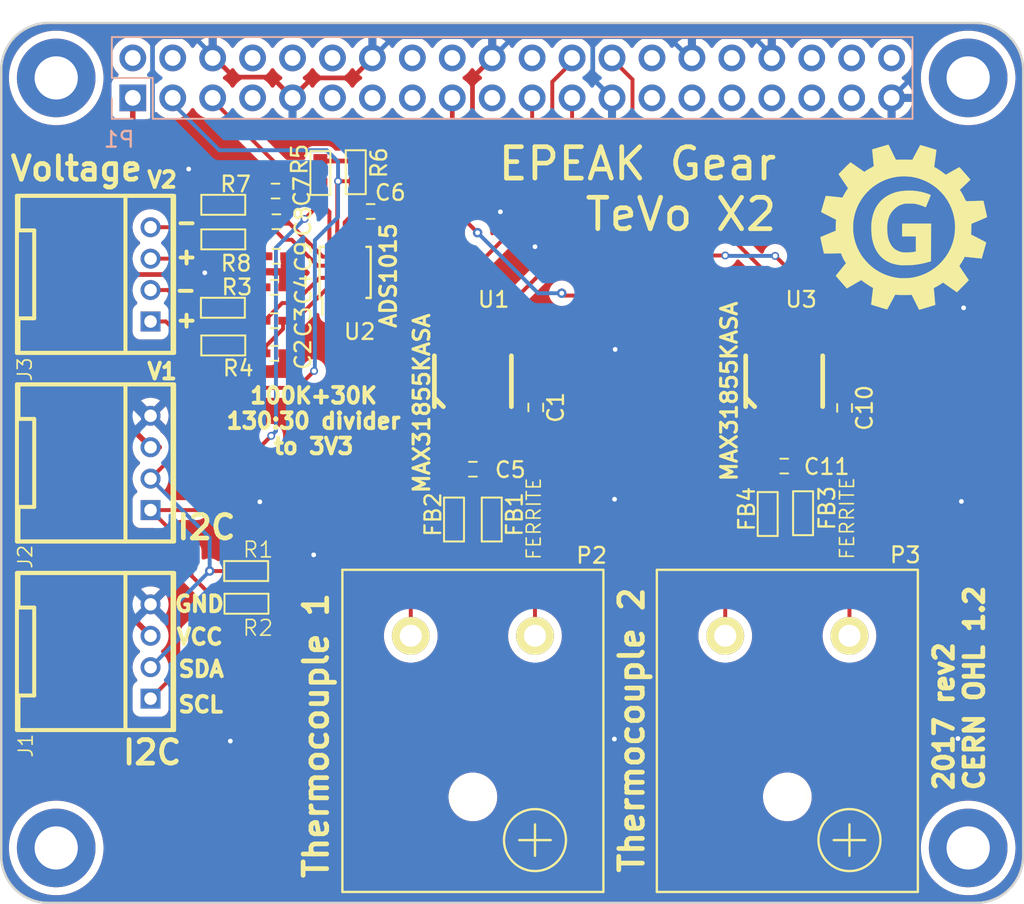
<source format=kicad_pcb>
(kicad_pcb (version 20221018) (generator pcbnew)
  (title_block (title "Overclocking Telemetry HAT for Raspberry Pi 3") (date "2017-05-19") (rev "2") (company "Moonpunch.org") (comment 1 "CERN OHL 1.2"))
  (layers (0 "F.Cu" signal) (31 "B.Cu" signal) (34 "B.Paste" user) (35 "F.Paste" user) (36 "B.SilkS" user "B.Silkscreen") (37 "F.SilkS" user "F.Silkscreen") (38 "B.Mask" user) (39 "F.Mask" user) (44 "Edge.Cuts" user))
  (net 0 "")
  (net 1 "+3V3")
  (net 2 "GND")
  (net 3 "Net-(C2-Pad2)")
  (net 4 "Net-(C3-Pad2)")
  (net 5 "Net-(C5-Pad1)")
  (net 6 "Net-(C5-Pad2)")
  (net 7 "Net-(C7-Pad2)")
  (net 8 "Net-(C8-Pad2)")
  (net 9 "Net-(C11-Pad1)")
  (net 10 "Net-(C11-Pad2)")
  (net 11 "Net-(FB1-Pad1)")
  (net 12 "Net-(FB2-Pad1)")
  (net 13 "Net-(FB3-Pad1)")
  (net 14 "Net-(FB4-Pad1)")
  (net 15 "/5V")
  (net 16 "/SDA1_GPIO02")
  (net 17 "/SCL1_GPIO03")
  (net 18 "/GPIO04")
  (net 19 "/TXD0_GPIO14")
  (net 20 "/RXD0_GPIO15")
  (net 21 "/GPIO17")
  (net 22 "/GPIO18")
  (net 23 "/GPIO27")
  (net 24 "/GPIO22")
  (net 25 "/GPIO23")
  (net 26 "/GPIO24")
  (net 27 "/SPI_MOSI_GPIO10")
  (net 28 "/SPI_MISO_GPIO09")
  (net 29 "/GPIO25")
  (net 30 "/SPI_CLK_GPIO11")
  (net 31 "/SPI_CE0_GPIO08")
  (net 32 "/SPI_CE1_GPIO07")
  (net 33 "/ID_SD")
  (net 34 "/ID_SC")
  (net 35 "/GPIO05")
  (net 36 "/GPIO06")
  (net 37 "/GPIO12")
  (net 38 "/GPIO13")
  (net 39 "/GPIO19")
  (net 40 "/GPIO16")
  (net 41 "/GPIO26")
  (net 42 "/GPIO20")
  (net 43 "/GPIO21")
  (net 44 "Net-(J3-Pad1)")
  (net 45 "Net-(J3-Pad3)")
  (net 46 "Net-(P1-Pad4)")
  (footprint "hat-parts:epeak_logo" (layer "F.Cu") (at 157.4 113)
    (fp_text reference "G***" hide)
    (fp_text value "LOGO" hide)
  )
  (footprint "Pin_Headers:Pin_Header_Straight_1x01_Pitch2.54mm" (layer "F.Cu") (at 103.5 103.5)
    (fp_text reference "REF**" hide)
    (fp_text value "Pin_Header_Straight_1x01_Pitch2.54mm" hide)
  )
  (footprint "Pin_Headers:Pin_Header_Straight_1x01_Pitch2.54mm" (layer "F.Cu") (at 161.5 103.5)
    (fp_text reference "REF**" hide)
    (fp_text value "Pin_Header_Straight_1x01_Pitch2.54mm" hide)
  )
  (footprint "Pin_Headers:Pin_Header_Straight_1x01_Pitch2.54mm" (layer "F.Cu") (at 161.5 152.5)
    (fp_text reference "REF**" hide)
    (fp_text value "Pin_Header_Straight_1x01_Pitch2.54mm" hide)
  )
  (footprint "Pin_Headers:Pin_Header_Straight_1x01_Pitch2.54mm" (layer "F.Cu") (at 103.5 152.5)
    (fp_text reference "REF**" hide)
    (fp_text value "Pin_Header_Straight_1x01_Pitch2.54mm" hide)
  )
  (footprint "SeeedOPL-Connector-2016:HW4-2.0-90D" (layer "F.Cu") (at 109.5 140 90)
    (fp_text reference "J1")
    (fp_text value "GROVE-CONNECTOR-DIP-90D_4P-2.0_" hide)
  )
  (footprint "SeeedOPL-Connector-2016:HW4-2.0-90D" (layer "F.Cu") (at 109.5 128 90)
    (fp_text reference "J2")
    (fp_text value "GROVE-CONNECTOR-DIP-90D_4P-2.0_" hide)
  )
  (footprint "SeeedOPL-Connector-2016:HW4-2.0-90D" (layer "F.Cu") (at 109.5 116 90)
    (fp_text reference "J3")
    (fp_text value "GROVE-CONNECTOR-DIP-90D_4P-2.0_" hide)
  )
  (footprint "Capacitors_SMD:C_0402" (layer "F.Cu") (at 134 124.47 -90)
    (fp_text reference "C1")
    (fp_text value "0.1u")
  )
  (footprint "Capacitors_SMD:C_0402" (layer "F.Cu") (at 117.375 121.025 180)
    (fp_text reference "C2")
    (fp_text value "0.1u")
  )
  (footprint "Capacitors_SMD:C_0402" (layer "F.Cu") (at 117.375 118.95 180)
    (fp_text reference "C3")
    (fp_text value "0.1u")
  )
  (footprint "Capacitors_SMD:C_0402" (layer "F.Cu") (at 117.375 116.825)
    (fp_text reference "C4")
    (fp_text value "0.1u")
  )
  (footprint "Capacitors_SMD:C_0402" (layer "F.Cu") (at 130 128.4 180)
    (fp_text reference "C5")
    (fp_text value "0.01u")
  )
  (footprint "Capacitors_SMD:C_0402" (layer "F.Cu") (at 123.5 112)
    (fp_text reference "C6")
    (fp_text value "0.1u")
  )
  (footprint "Capacitors_SMD:C_0402" (layer "F.Cu") (at 117.45 110.7 180)
    (fp_text reference "C7")
    (fp_text value "0.1u")
  )
  (footprint "Capacitors_SMD:C_0402" (layer "F.Cu") (at 117.5 112.65 180)
    (fp_text reference "C8")
    (fp_text value "0.1u")
  )
  (footprint "Capacitors_SMD:C_0402" (layer "F.Cu") (at 117.5 114.85)
    (fp_text reference "C9")
    (fp_text value "0.1u")
  )
  (footprint "Capacitors_SMD:C_0402" (layer "F.Cu") (at 153.64 124.5 -90)
    (fp_text reference "C10")
    (fp_text value "0.1u")
  )
  (footprint "Capacitors_SMD:C_0402" (layer "F.Cu") (at 149.8 128.2 180)
    (fp_text reference "C11")
    (fp_text value "0.01u")
  )
  (footprint "SeeedOPL-Inductor-2016:L0603" (layer "F.Cu") (at 131.2 131.6 90)
    (fp_text reference "FB1")
    (fp_text value "FERRITE")
  )
  (footprint "SeeedOPL-Inductor-2016:L0603" (layer "F.Cu") (at 128.8 131.6 90)
    (fp_text reference "FB2")
    (fp_text value "FERRITE" hide)
  )
  (footprint "SeeedOPL-Inductor-2016:L0603" (layer "F.Cu") (at 148.75 131.25 90)
    (fp_text reference "FB4")
    (fp_text value "FERRITE" hide)
  )
  (footprint "hat-parts:Thermocouple" (layer "F.Cu") (at 150 139)
    (fp_text reference "P3")
    (fp_text value "CONN_01X02" hide)
  )
  (footprint "SeeedOPL-Resistor-2016:R0603" (layer "F.Cu") (at 115.58 134.88 90)
    (fp_text reference "R1")
    (fp_text value "SMD-RES-10K-1%-1_10W_0603_" hide)
  )
  (footprint "SeeedOPL-Resistor-2016:R0603" (layer "F.Cu") (at 115.6 136.96 90)
    (fp_text reference "R2")
    (fp_text value "SMD-RES-10K-1%-1_10W_0603_" hide)
  )
  (footprint "SeeedOPL-Resistor-2016:R0603" (layer "F.Cu") (at 114.1 118.125 90)
    (fp_text reference "R3")
    (fp_text value "SMD-RES-100K-1%-1_10W_0603_" hide)
  )
  (footprint "SeeedOPL-Resistor-2016:R0603" (layer "F.Cu") (at 114.125 120.525 -90)
    (fp_text reference "R4")
    (fp_text value "SMD-RES-30K-1%-1_10W_0603_" hide)
  )
  (footprint "SeeedOPL-Resistor-2016:R0603" (layer "F.Cu") (at 120.3 109.55 180)
    (fp_text reference "R5")
    (fp_text value "SMD-RES-10K-1%-1_10W_0603_" hide)
  )
  (footprint "SeeedOPL-Resistor-2016:R0603" (layer "F.Cu") (at 122.55 109.5 180)
    (fp_text reference "R6")
    (fp_text value "SMD-RES-10K-1%-1_10W_0603_" hide)
  )
  (footprint "SeeedOPL-Resistor-2016:R0603" (layer "F.Cu") (at 114.125 111.575 -90)
    (fp_text reference "R7")
    (fp_text value "SMD-RES-100K-1%-1_10W_0603_" hide)
  )
  (footprint "SeeedOPL-Resistor-2016:R0603" (layer "F.Cu") (at 114.125 113.775 -90)
    (fp_text reference "R8")
    (fp_text value "SMD-RES-30K-1%-1_10W_0603_" hide)
  )
  (footprint "hat-parts:Thermocouple" (layer "F.Cu") (at 130 139)
    (fp_text reference "P2")
    (fp_text value "CONN_01X02" hide)
  )
  (footprint "hat-parts:SO-8" (layer "F.Cu") (at 149.8 122.8)
    (fp_text reference "U3")
    (fp_text value "MAX31855KASA")
  )
  (footprint "hat-parts:SO-8" (layer "F.Cu") (at 130 122.8)
    (fp_text reference "U1")
    (fp_text value "MAX31855KASA")
  )
  (footprint "Housings_SSOP:TSSOP-10_3x3mm_Pitch0.5mm" (layer "F.Cu") (at 121.875 115.875 90)
    (fp_text reference "U2")
    (fp_text value "ADS1015")
  )
  (footprint "SeeedOPL-Inductor-2016:L0603" (layer "F.Cu") (at 151 131.2 90)
    (fp_text reference "FB3")
    (fp_text value "FERRITE")
  )
  (footprint "Socket_Strips:Socket_Strip_Straight_2x20_Pitch2.54mm" (layer "B.Cu") (at 108.37 104.77 -90)
    (fp_text reference "P1")
    (fp_text value "CONN_02X20")
  )
  (gr_arc (start 103 156) (mid 100.87868 155.12132) (end 100 153) (stroke (width 0.15)) (layer "Edge.Cuts"))
  (gr_line (start 165 103) (end 165 153) (stroke (width 0.15)) (layer "Edge.Cuts"))
  (gr_arc (start 100 103) (mid 100.87868 100.87868) (end 103 100) (stroke (width 0.15)) (layer "Edge.Cuts"))
  (gr_arc (start 162 100) (mid 164.12132 100.87868) (end 165 103) (stroke (width 0.15)) (layer "Edge.Cuts"))
  (gr_arc (start 165 153) (mid 164.12132 155.12132) (end 162 156) (stroke (width 0.15)) (layer "Edge.Cuts"))
  (gr_line (start 103 100) (end 162 100) (stroke (width 0.15)) (layer "Edge.Cuts"))
  (gr_line (start 162 156) (end 103 156) (stroke (width 0.15)) (layer "Edge.Cuts"))
  (gr_line (start 100 103) (end 100 153) (stroke (width 0.15)) (layer "Edge.Cuts"))
  (gr_text "-" (at 111.73 116.98) (layer "F.SilkS") (effects (font (size 1 1) (thickness 0.25))))
  (gr_text "Thermocouple 2" (at 140.1 145 90) (layer "F.SilkS") (effects (font (size 1.5 1.5) (thickness 0.3))))
  (gr_text "Voltage" (at 104.78 109.27) (layer "F.SilkS") (effects (font (size 1.5 1.5) (thickness 0.3))))
  (gr_text "V1" (at 110.236 122.174) (layer "F.SilkS") (effects (font (size 1 1) (thickness 0.25))))
  (gr_text "Thermocouple 1" (at 120.025 145.35 90) (layer "F.SilkS") (effects (font (size 1.5 1.5) (thickness 0.3))))
  (gr_text "SDA" (at 112.72 141.12) (layer "F.SilkS") (effects (font (size 1 1) (thickness 0.25))))
  (gr_text "I2C" (at 113.05 132.1) (layer "F.SilkS") (effects (font (size 1.5 1.5) (thickness 0.3))))
  (gr_text "-" (at 111.79 112.68) (layer "F.SilkS") (effects (font (size 1 1) (thickness 0.25))))
  (gr_text "EPEAK Gear\nTeVo X2" (at 149.475 110.575) (layer "F.SilkS") (effects (font (size 2 2) (thickness 0.3)) (justify right)))
  (gr_text "2017 rev2\nCERN OHL 1.2" (at 160.925 148.975 90) (layer "F.SilkS") (effects (font (size 1.2 1.2) (thickness 0.3)) (justify left)))
  (gr_text "I2C" (at 109.6 146.425) (layer "F.SilkS") (effects (font (size 1.5 1.5) (thickness 0.3))))
  (gr_text "+" (at 111.79 118.88) (layer "F.SilkS") (effects (font (size 1 1) (thickness 0.25))))
  (gr_text "VCC" (at 112.63 139.07) (layer "F.SilkS") (effects (font (size 1 1) (thickness 0.25))))
  (gr_text "V2" (at 110.236 109.982) (layer "F.SilkS") (effects (font (size 1 1) (thickness 0.25))))
  (gr_text "SCL" (at 112.69 143.38) (layer "F.SilkS") (effects (font (size 1 1) (thickness 0.25))))
  (gr_text "+" (at 111.79 114.86) (layer "F.SilkS") (effects (font (size 1 1) (thickness 0.25))))
  (gr_text "ADS1015" (at 124.625 116.075 90) (layer "F.SilkS") (effects (font (size 1 1) (thickness 0.2))))
  (gr_text "100K+30K\n130:30 divider\nto 3V3" (at 119.87 125.33) (layer "F.SilkS") (effects (font (size 1 1) (thickness 0.25))))
  (gr_text "GND" (at 112.61 136.98) (layer "F.SilkS") (effects (font (size 1 1) (thickness 0.25))))
  (segment (start 108.37 108.905) (end 106.625 110.65) (width 0.35) (layer "F.Cu") (net 1))
  (segment (start 106.625 110.65) (end 106.625 124.12678) (width 0.35) (layer "F.Cu") (net 1))
  (segment (start 106.625 124.12678) (end 106.64911 124.15089) (width 0.35) (layer "F.Cu") (net 1))
  (segment (start 106.64911 124.15089) (end 109.5 127.00178) (width 0.35) (layer "F.Cu") (net 1))
  (segment (start 106.64911 136.15089) (end 109.5 139.00178) (width 0.35) (layer "F.Cu") (net 1))
  (segment (start 116.362 134.9) (end 116.342 134.88) (width 0.35) (layer "F.Cu") (net 1))
  (segment (start 153.61 123.92) (end 153.64 123.95) (width 0.35) (layer "F.Cu") (net 1))
  (segment (start 153.42012 123.95) (end 151.70246 125.66766) (width 0.35) (layer "F.Cu") (net 1))
  (segment (start 133.65012 123.92) (end 131.90246 125.66766) (width 0.35) (layer "F.Cu") (net 1))
  (segment (start 133.66 123.92) (end 133.65012 123.92) (width 0.35) (layer "F.Cu") (net 1))
  (segment (start 116.362 134.9) (end 116.342 134.88) (width 0.3) (layer "F.Cu") (net 1))
  (segment (start 122.95 112.08) (end 125.66 114.79) (width 0.3) (layer "F.Cu") (net 1))
  (segment (start 125.66 114.79) (end 125.66 121.3) (width 0.3) (layer "F.Cu") (net 1))
  (segment (start 125.66 121.3) (end 128.28 123.92) (width 0.3) (layer "F.Cu") (net 1))
  (segment (start 128.28 123.92) (end 133.66 123.92) (width 0.3) (layer "F.Cu") (net 1))
  (segment (start 116.342 134.158) (end 125.66 124.84) (width 0.3) (layer "F.Cu") (net 1))
  (segment (start 125.66 124.84) (end 125.66 121.3) (width 0.3) (layer "F.Cu") (net 1))
  (segment (start 122.5 108.788) (end 122.55 108.738) (width 0.3) (layer "F.Cu") (net 1))
  (segment (start 122.95 111.75) (end 123.95 110.75) (width 0.3) (layer "F.Cu") (net 1))
  (segment (start 123.95 110.75) (end 123.95 110.138) (width 0.3) (layer "F.Cu") (net 1))
  (segment (start 123.95 110.138) (end 122.55 108.738) (width 0.3) (layer "F.Cu") (net 1))
  (segment (start 126.612 108.738) (end 128.69 106.66) (width 0.3) (layer "F.Cu") (net 1))
  (segment (start 128.69 106.66) (end 128.69 104.77) (width 0.3) (layer "F.Cu") (net 1))
  (segment (start 122.575 112) (end 121.875 112.7) (width 0.3) (layer "F.Cu") (net 1))
  (segment (start 121.875 112.7) (end 121.875 113.725) (width 0.3) (layer "F.Cu") (net 1))
  (segment (start 122.95 112) (end 122.95 112.08) (width 0.3) (layer "F.Cu") (net 1))
  (segment (start 109.5 139.00178) (end 109.5 139.15) (width 0.3) (layer "F.Cu") (net 1))
  (segment (start 116.362 136.96) (end 116.64 136.96) (width 0.3) (layer "F.Cu") (net 1))
  (segment (start 153.64 123.95) (end 153.42012 123.95) (width 0.35) (layer "F.Cu") (net 1))
  (segment (start 122.95 112) (end 122.95 111.75) (width 0.3) (layer "F.Cu") (net 1))
  (segment (start 120.3 108.788) (end 122.5 108.788) (width 0.3) (layer "F.Cu") (net 1))
  (segment (start 134 123.92) (end 133.66 123.92) (width 0.35) (layer "F.Cu") (net 1))
  (segment (start 134 123.92) (end 153.61 123.92) (width 0.35) (layer "F.Cu") (net 1))
  (segment (start 106.64911 124.15089) (end 106.64911 136.15089) (width 0.35) (layer "F.Cu") (net 1))
  (segment (start 116.362 136.96) (end 116.362 134.9) (width 0.3) (layer "F.Cu") (net 1))
  (segment (start 109.5 127.00178) (end 110.05178 127.00178) (width 0.35) (layer "F.Cu") (net 1))
  (segment (start 122.95 112) (end 122.95 112.05) (width 0.3) (layer "F.Cu") (net 1))
  (segment (start 122.95 112) (end 122.575 112) (width 0.3) (layer "F.Cu") (net 1))
  (segment (start 108.37 104.77) (end 108.37 108.905) (width 0.35) (layer "F.Cu") (net 1))
  (segment (start 122.55 108.738) (end 126.612 108.738) (width 0.3) (layer "F.Cu") (net 1))
  (segment (start 116.342 134.88) (end 116.342 134.158) (width 0.3) (layer "F.Cu") (net 1))
  (segment (start 116.342 134.88) (end 116.342 134.864) (width 0.3) (layer "F.Cu") (net 1))
  (segment (start 113.58 102.23) (end 114.8 103.45) (width 0.3) (layer "F.Cu") (net 2))
  (segment (start 114.8 103.45) (end 117.21 103.45) (width 0.3) (layer "F.Cu") (net 2))
  (segment (start 117.21 103.45) (end 118.53 104.77) (width 0.3) (layer "F.Cu") (net 2))
  (segment (start 118.53 104.745) (end 119.775 103.5) (width 0.3) (layer "F.Cu") (net 2))
  (segment (start 119.775 103.5) (end 122.34 103.5) (width 0.3) (layer "F.Cu") (net 2))
  (segment (start 122.34 103.5) (end 123.61 102.23) (width 0.3) (layer "F.Cu") (net 2))
  (segment (start 114.575 145.7) (end 119.85 140.425) (width 0.3) (layer "F.Cu") (net 2))
  (segment (start 126 134.275) (end 126 127.7652) (width 0.3) (layer "F.Cu") (net 2))
  (segment (start 126 127.7652) (end 128.09754 125.66766) (width 0.3) (layer "F.Cu") (net 2))
  (segment (start 147.24988 125.02) (end 147.89754 125.66766) (width 0.3) (layer "F.Cu") (net 2))
  (segment (start 156.63 123.67) (end 155.25 125.05) (width 0.3) (layer "F.Cu") (net 2))
  (segment (start 155.25 125.05) (end 153.64 125.05) (width 0.3) (layer "F.Cu") (net 2))
  (segment (start 133.03 145.7) (end 136.07 142.66) (width 0.3) (layer "F.Cu") (net 2))
  (segment (start 136.07 142.66) (end 136.07 127.09) (width 0.3) (layer "F.Cu") (net 2))
  (segment (start 136.07 127.09) (end 134 125.02) (width 0.3) (layer "F.Cu") (net 2))
  (segment (start 132.91 145.7) (end 133.03 145.7) (width 0.3) (layer "F.Cu") (net 2))
  (segment (start 138.87 145.7) (end 139 145.57) (width 0.3) (layer "F.Cu") (net 2))
  (segment (start 160.85 145.54) (end 161.07 145.32) (width 0.3) (layer "F.Cu") (net 2))
  (segment (start 161.07 145.32) (end 161.07 130.45) (width 0.3) (layer "F.Cu") (net 2))
  (segment (start 161.21 118.13) (end 157.56 114.48) (width 0.3) (layer "F.Cu") (net 2))
  (segment (start 157.56 114.48) (end 156.63 114.48) (width 0.3) (layer "F.Cu") (net 2))
  (segment (start 156.63 114.48) (end 156.63 123.67) (width 0.3) (layer "F.Cu") (net 2))
  (segment (start 111.91 115.9) (end 111.8 116.01) (width 0.3) (layer "F.Cu") (net 2))
  (segment (start 111.8 116.01) (end 107.95 116.01) (width 0.3) (layer "F.Cu") (net 2))
  (segment (start 107.95 116.01) (end 108.04 116.01) (width 0.3) (layer "F.Cu") (net 2))
  (segment (start 108.04 116.01) (end 107.95 116.01) (width 0.3) (layer "F.Cu") (net 2))
  (segment (start 107.95 116.01) (end 107.95 112.325) (width 0.3) (layer "F.Cu") (net 2))
  (segment (start 120 121.025) (end 120.9 120.125) (width 0.3) (layer "F.Cu") (net 2))
  (segment (start 121.875 119.15) (end 121.875 118.025) (width 0.3) (layer "F.Cu") (net 2))
  (segment (start 121.375 119.325) (end 121.5375 119.4875) (width 0.3) (layer "F.Cu") (net 2))
  (segment (start 121.5375 119.4875) (end 121.875 119.15) (width 0.3) (layer "F.Cu") (net 2))
  (segment (start 120.875 120.15) (end 120.9 120.125) (width 0.3) (layer "F.Cu") (net 2))
  (segment (start 120.9 120.125) (end 120.9 120.1) (width 0.3) (layer "F.Cu") (net 2))
  (segment (start 120.9 120.1) (end 120.9 120.125) (width 0.3) (layer "F.Cu") (net 2))
  (segment (start 120.9 120.125) (end 121.5375 119.4875) (width 0.3) (layer "F.Cu") (net 2))
  (segment (start 125.8 112) (end 129.975 107.825) (width 0.3) (layer "F.Cu") (net 2))
  (segment (start 129.975 107.825) (end 129.975 103.485) (width 0.3) (layer "F.Cu") (net 2))
  (segment (start 129.975 103.485) (end 131.23 102.23) (width 0.3) (layer "F.Cu") (net 2))
  (segment (start 117.925 114.975) (end 118.05 114.85) (width 0.3) (layer "F.Cu") (net 2))
  (segment (start 118 110.6) (end 116.7 109.3) (width 0.3) (layer "F.Cu") (net 2))
  (segment (start 116.7 109.3) (end 111.925 109.3) (width 0.3) (layer "F.Cu") (net 2))
  (segment (start 119.85 140.425) (end 126 134.275) (width 0.3) (layer "F.Cu") (net 2))
  (segment (start 119.85 133.875) (end 119.875 133.85) (width 0.3) (layer "F.Cu") (net 2))
  (segment (start 116.45 130.475) (end 116.45 130.5) (width 0.3) (layer "F.Cu") (net 2))
  (segment (start 112.95 115.9) (end 112.975 115.875) (width 0.3) (layer "F.Cu") (net 2))
  (segment (start 112.975 115.875) (end 117.925 115.875) (width 0.3) (layer "F.Cu") (net 2))
  (segment (start 117.925 115.875) (end 117.925 114.975) (width 0.3) (layer "F.Cu") (net 2))
  (segment (start 117.925 121.5) (end 117.375 122.05) (width 0.3) (layer "F.Cu") (net 2))
  (segment (start 117.375 122.05) (end 109.7 122.05) (width 0.3) (layer "F.Cu") (net 2))
  (segment (start 109.7 122.05) (end 107.95 120.3) (width 0.3) (layer "F.Cu") (net 2))
  (segment (start 107.95 120.3) (end 107.95 116.01) (width 0.3) (layer "F.Cu") (net 2))
  (segment (start 107.95 112.325) (end 110.975 109.3) (width 0.3) (layer "F.Cu") (net 2))
  (segment (start 110.975 109.3) (end 111.925 109.3) (width 0.3) (layer "F.Cu") (net 2))
  (segment (start 119.85 140.425) (end 119.85 133.875) (width 0.3) (layer "F.Cu") (net 2))
  (segment (start 132.91 145.7) (end 138.87 145.7) (width 0.3) (layer "F.Cu") (net 2))
  (segment (start 120.875 118.025) (end 120.875 120.15) (width 0.3) (layer "F.Cu") (net 2))
  (segment (start 117.925 121.025) (end 117.925 121.5) (width 0.3) (layer "F.Cu") (net 2))
  (segment (start 113.45 102.23) (end 113.45 102.425) (width 0.3) (layer "F.Cu") (net 2))
  (segment (start 134 125.02) (end 147.24988 125.02) (width 0.3) (layer "F.Cu") (net 2))
  (segment (start 118.53 104.77) (end 118.53 104.745) (width 0.3) (layer "F.Cu") (net 2))
  (segment (start 124.05 112) (end 125.8 112) (width 0.3) (layer "F.Cu") (net 2))
  (segment (start 112.95 115.9) (end 111.91 115.9) (width 0.3) (layer "F.Cu") (net 2))
  (segment (start 117.925 116.825) (end 117.925 115.875) (width 0.3) (layer "F.Cu") (net 2))
  (segment (start 118 110.7) (end 118 110.6) (width 0.3) (layer "F.Cu") (net 2))
  (segment (start 114.575 145.7) (end 132.91 145.7) (width 0.3) (layer "F.Cu") (net 2))
  (segment (start 121.375 118.025) (end 121.375 119.325) (width 0.3) (layer "F.Cu") (net 2))
  (segment (start 113.45 102.23) (end 113.58 102.23) (width 0.3) (layer "F.Cu") (net 2))
  (segment (start 117.925 121.025) (end 120 121.025) (width 0.3) (layer "F.Cu") (net 2))
  (segment (start 156.63 104.77) (end 156.63 114.48) (width 0.3) (layer "F.Cu") (net 2))
  (via (at 116.45 130.475) (size 0.5) (drill 0.3) (layers "F.Cu" "B.Cu") (net 2))
  (via (at 160.85 145.54) (size 0.6) (drill 0.3) (layers "F.Cu" "B.Cu") (net 2))
  (via (at 161.21 118.13) (size 0.6) (drill 0.3) (layers "F.Cu" "B.Cu") (net 2))
  (via (at 139.05 120.775) (size 0.5) (drill 0.3) (layers "F.Cu" "B.Cu") (net 2))
  (via (at 119.875 133.85) (size 0.5) (drill 0.3) (layers "F.Cu" "B.Cu") (net 2))
  (via (at 131.75 112.02) (size 0.6) (drill 0.3) (layers "F.Cu" "B.Cu") (net 2))
  (via (at 139.01 130.31) (size 0.6) (drill 0.3) (layers "F.Cu" "B.Cu") (net 2))
  (via (at 161.07 130.45) (size 0.6) (drill 0.3) (layers "F.Cu" "B.Cu") (net 2))
  (via (at 139 145.57) (size 0.6) (drill 0.3) (layers "F.Cu" "B.Cu") (net 2))
  (via (at 111.925 109.3) (size 0.5) (drill 0.3) (layers "F.Cu" "B.Cu") (net 2))
  (via (at 114.575 145.7) (size 0.6) (drill 0.3) (layers "F.Cu" "B.Cu") (net 2))
  (via (at 112.95 115.9) (size 0.5) (drill 0.3) (layers "F.Cu" "B.Cu") (net 2))
  (via (at 133.95 114.24) (size 0.6) (drill 0.3) (layers "F.Cu" "B.Cu") (net 2))
  (segment (start 109.30026 137.00026) (end 107.65 135.35) (width 0.3) (layer "B.Cu") (net 2))
  (segment (start 107.65 135.35) (end 107.65 126.85026) (width 0.3) (layer "B.Cu") (net 2))
  (segment (start 107.65 126.85026) (end 109.5 125.00026) (width 0.3) (layer "B.Cu") (net 2))
  (segment (start 109.5 137.05) (end 107.125 139.425) (width 0.3) (layer "B.Cu") (net 2))
  (segment (start 107.125 139.425) (end 107.125 143.55) (width 0.3) (layer "B.Cu") (net 2))
  (segment (start 107.125 143.55) (end 109.35 145.775) (width 0.3) (layer "B.Cu") (net 2))
  (segment (start 109.35 145.775) (end 114.5 145.775) (width 0.3) (layer "B.Cu") (net 2))
  (segment (start 114.5 145.775) (end 114.575 145.7) (width 0.3) (layer "B.Cu") (net 2))
  (segment (start 113.45 102.075) (end 112.25 100.875) (width 0.3) (layer "B.Cu") (net 2))
  (segment (start 112.25 100.875) (end 109.65 100.875) (width 0.3) (layer "B.Cu") (net 2))
  (segment (start 109.65 100.875) (end 109.625 100.9) (width 0.3) (layer "B.Cu") (net 2))
  (segment (start 109.625 100.9) (end 109.625 110.2) (width 0.3) (layer "B.Cu") (net 2))
  (segment (start 109.625 110.2) (end 107.8 112.025) (width 0.3) (layer "B.Cu") (net 2))
  (segment (start 107.8 112.025) (end 107.8 123.825) (width 0.3) (layer "B.Cu") (net 2))
  (segment (start 107.8 123.825) (end 108.97526 125.00026) (width 0.3) (layer "B.Cu") (net 2))
  (segment (start 108.97526 125.00026) (end 109.5 125.00026) (width 0.3) (layer "B.Cu") (net 2))
  (segment (start 143.78 102.23) (end 142.425 100.875) (width 0.3) (layer "B.Cu") (net 2))
  (segment (start 142.425 100.875) (end 138.475 100.875) (width 0.3) (layer "B.Cu") (net 2))
  (segment (start 138.225 100.875) (end 137.625 101.475) (width 0.3) (layer "B.Cu") (net 2))
  (segment (start 137.625 101.475) (end 137.625 103.545) (width 0.3) (layer "B.Cu") (net 2))
  (segment (start 137.625 103.545) (end 138.85 104.77) (width 0.3) (layer "B.Cu") (net 2))
  (segment (start 138.475 100.875) (end 138.225 100.875) (width 0.3) (layer "B.Cu") (net 2))
  (segment (start 132.585 100.875) (end 131.23 102.23) (width 0.3) (layer "B.Cu") (net 2))
  (segment (start 132.65 100.875) (end 132.585 100.875) (width 0.3) (layer "B.Cu") (net 2))
  (segment (start 124.965 100.875) (end 123.61 102.23) (width 0.3) (layer "B.Cu") (net 2))
  (segment (start 147.85 100.875) (end 149.01 102.035) (width 0.3) (layer "B.Cu") (net 2))
  (segment (start 149.01 102.035) (end 149.01 102.23) (width 0.3) (layer "B.Cu") (net 2))
  (segment (start 147.8 100.875) (end 147.85 100.875) (width 0.3) (layer "B.Cu") (net 2))
  (segment (start 158.025 100.875) (end 158.075 100.925) (width 0.3) (layer "B.Cu") (net 2))
  (segment (start 158.075 100.925) (end 158.075 103.325) (width 0.3) (layer "B.Cu") (net 2))
  (segment (start 158.075 103.325) (end 156.63 104.77) (width 0.3) (layer "B.Cu") (net 2))
  (segment (start 139 145.57) (end 139.03 145.54) (width 0.3) (layer "B.Cu") (net 2))
  (segment (start 139.03 145.54) (end 160.85 145.54) (width 0.3) (layer "B.Cu") (net 2))
  (segment (start 161.07 130.45) (end 161.21 130.31) (width 0.3) (layer "B.Cu") (net 2))
  (segment (start 161.21 130.31) (end 161.21 118.13) (width 0.3) (layer "B.Cu") (net 2))
  (segment (start 138.85 109.34) (end 133.95 114.24) (width 0.3) (layer "B.Cu") (net 2))
  (segment (start 133.95 114.22) (end 131.75 112.02) (width 0.3) (layer "B.Cu") (net 2))
  (segment (start 139 130.32) (end 139.01 130.31) (width 0.3) (layer "B.Cu") (net 2))
  (segment (start 139.01 120.815) (end 139.05 120.775) (width 0.3) (layer "B.Cu") (net 2))
  (segment (start 111.925 109.3) (end 111.025 110.2) (width 0.3) (layer "B.Cu") (net 2))
  (segment (start 111.025 110.2) (end 109.625 110.2) (width 0.3) (layer "B.Cu") (net 2))
  (segment (start 119.875 133.85) (end 116.5 130.475) (width 0.3) (layer "B.Cu") (net 2))
  (segment (start 116.5 130.475) (end 116.45 130.475) (width 0.3) (layer "B.Cu") (net 2))
  (segment (start 111.925 114.875) (end 112.95 115.9) (width 0.3) (layer "B.Cu") (net 2))
  (segment (start 138.475 100.875) (end 132.65 100.875) (width 0.3) (layer "B.Cu") (net 2))
  (segment (start 109.5 137.00026) (end 109.30026 137.00026) (width 0.3) (layer "B.Cu") (net 2))
  (segment (start 138.85 104.77) (end 138.85 109.34) (width 0.3) (layer "B.Cu") (net 2))
  (segment (start 142.425 100.875) (end 147.8 100.875) (width 0.3) (layer "B.Cu") (net 2))
  (segment (start 139.01 130.31) (end 139.01 120.815) (width 0.3) (layer "B.Cu") (net 2))
  (segment (start 143.93 102.23) (end 143.78 102.23) (width 0.3) (layer "B.Cu") (net 2))
  (segment (start 111.925 109.3) (end 111.925 114.875) (width 0.3) (layer "B.Cu") (net 2))
  (segment (start 113.45 102.23) (end 113.45 102.075) (width 0.3) (layer "B.Cu") (net 2))
  (segment (start 139 145.57) (end 139 130.32) (width 0.3) (layer "B.Cu") (net 2))
  (segment (start 147.8 100.875) (end 158.025 100.875) (width 0.3) (layer "B.Cu") (net 2))
  (segment (start 133.95 114.24) (end 133.95 114.22) (width 0.3) (layer "B.Cu") (net 2))
  (segment (start 109.5 137.00026) (end 109.5 137.05) (width 0.3) (layer "B.Cu") (net 2))
  (segment (start 132.65 100.875) (end 124.965 100.875) (width 0.3) (layer "B.Cu") (net 2))
  (segment (start 118.675 118.95) (end 120.875 116.75) (width 0.25) (layer "F.Cu") (net 3))
  (segment (start 120.875 116.75) (end 122.125 116.75) (width 0.25) (layer "F.Cu") (net 3))
  (segment (start 122.125 116.75) (end 122.375 117) (width 0.25) (layer "F.Cu") (net 3))
  (segment (start 122.375 117) (end 122.375 118.025) (width 0.25) (layer "F.Cu") (net 3))
  (segment (start 116.825 120.575) (end 117.925 119.475) (width 0.25) (layer "F.Cu") (net 3))
  (segment (start 117.925 119.475) (end 117.925 118.95) (width 0.25) (layer "F.Cu") (net 3))
  (segment (start 114.887 118.15) (end 114.862 118.125) (width 0.25) (layer "F.Cu") (net 3))
  (segment (start 115.525 120.525) (end 116.025 121.025) (width 0.25) (layer "F.Cu") (net 3))
  (segment (start 116.025 121.025) (end 116.825 121.025) (width 0.25) (layer "F.Cu") (net 3))
  (segment (start 116.825 121.025) (end 116.825 120.575) (width 0.25) (layer "F.Cu") (net 3))
  (segment (start 114.887 120.525) (end 114.887 118.15) (width 0.25) (layer "F.Cu") (net 3))
  (segment (start 117.925 118.95) (end 118.675 118.95) (width 0.25) (layer "F.Cu") (net 3))
  (segment (start 114.887 120.525) (end 115.525 120.525) (width 0.25) (layer "F.Cu") (net 3))
  (segment (start 110.59822 116.99822) (end 111.725 118.125) (width 0.25) (layer "F.Cu") (net 4))
  (segment (start 111.725 118.125) (end 113.338 118.125) (width 0.25) (layer "F.Cu") (net 4))
  (segment (start 116.825 118.875) (end 117.875 117.825) (width 0.25) (layer "F.Cu") (net 4))
  (segment (start 117.875 117.825) (end 118.65 117.825) (width 0.25) (layer "F.Cu") (net 4))
  (segment (start 118.65 117.825) (end 120.25 116.225) (width 0.25) (layer "F.Cu") (net 4))
  (segment (start 120.25 116.225) (end 122.525 116.225) (width 0.25) (layer "F.Cu") (net 4))
  (segment (start 122.525 116.225) (end 122.875 116.575) (width 0.25) (layer "F.Cu") (net 4))
  (segment (start 122.875 116.575) (end 122.875 118.025) (width 0.25) (layer "F.Cu") (net 4))
  (segment (start 113.338 118.012) (end 114.35 117) (width 0.25) (layer "F.Cu") (net 4))
  (segment (start 114.35 117) (end 115.3 117) (width 0.25) (layer "F.Cu") (net 4))
  (segment (start 116.65 117) (end 116.825 116.825) (width 0.25) (layer "F.Cu") (net 4))
  (segment (start 116.4 118.95) (end 115.975 118.525) (width 0.25) (layer "F.Cu") (net 4))
  (segment (start 115.975 118.525) (end 115.975 117.675) (width 0.25) (layer "F.Cu") (net 4))
  (segment (start 115.975 117.675) (end 115.3 117) (width 0.25) (layer "F.Cu") (net 4))
  (segment (start 115.3 117) (end 116.65 117) (width 0.25) (layer "F.Cu") (net 4))
  (segment (start 116.825 118.95) (end 116.4 118.95) (width 0.25) (layer "F.Cu") (net 4))
  (segment (start 116.825 118.95) (end 116.825 118.875) (width 0.25) (layer "F.Cu") (net 4))
  (segment (start 109.5 116.99822) (end 110.59822 116.99822) (width 0.25) (layer "F.Cu") (net 4))
  (segment (start 113.338 118.125) (end 113.338 118.012) (width 0.25) (layer "F.Cu") (net 4))
  (segment (start 131.2 129.05) (end 130.55 128.4) (width 0.25) (layer "F.Cu") (net 5))
  (segment (start 130.55 125.75012) (end 130.63246 125.66766) (width 0.25) (layer "F.Cu") (net 5))
  (segment (start 131.2 130.5) (end 131.2 129.05) (width 0.25) (layer "F.Cu") (net 5))
  (segment (start 130.55 128.4) (end 130.55 125.75012) (width 0.25) (layer "F.Cu") (net 5))
  (segment (start 128.8 129.05) (end 129.45 128.4) (width 0.25) (layer "F.Cu") (net 6))
  (segment (start 129.36754 128.31754) (end 129.45 128.4) (width 0.25) (layer "F.Cu") (net 6))
  (segment (start 128.8 130.5) (end 128.8 129.05) (width 0.25) (layer "F.Cu") (net 6))
  (segment (start 129.36754 125.66766) (end 129.36754 128.31754) (width 0.25) (layer "F.Cu") (net 6))
  (segment (start 110.69974 113.00026) (end 112.125 111.575) (width 0.25) (layer "F.Cu") (net 7))
  (segment (start 112.125 111.575) (end 113.363 111.575) (width 0.25) (layer "F.Cu") (net 7))
  (segment (start 113.363 111.487) (end 114.15 110.7) (width 0.25) (layer "F.Cu") (net 7))
  (segment (start 114.15 110.7) (end 116.9 110.7) (width 0.25) (layer "F.Cu") (net 7))
  (segment (start 118.225 112.65) (end 120.45 114.875) (width 0.25) (layer "F.Cu") (net 7))
  (segment (start 120.45 114.875) (end 122.25 114.875) (width 0.25) (layer "F.Cu") (net 7))
  (segment (start 122.25 114.875) (end 122.375 114.75) (width 0.25) (layer "F.Cu") (net 7))
  (segment (start 122.375 114.75) (end 122.375 113.725) (width 0.25) (layer "F.Cu") (net 7))
  (segment (start 118.05 112.425) (end 116.9 111.275) (width 0.25) (layer "F.Cu") (net 7))
  (segment (start 116.9 111.275) (end 116.9 110.7) (width 0.25) (layer "F.Cu") (net 7))
  (segment (start 113.363 111.575) (end 113.363 111.487) (width 0.25) (layer "F.Cu") (net 7))
  (segment (start 109.5 113.00026) (end 110.69974 113.00026) (width 0.25) (layer "F.Cu") (net 7))
  (segment (start 118.05 112.65) (end 118.225 112.65) (width 0.25) (layer "F.Cu") (net 7))
  (segment (start 118.05 112.65) (end 118.05 112.425) (width 0.25) (layer "F.Cu") (net 7))
  (segment (start 115.825 113.775) (end 116.95 112.65) (width 0.25) (layer "F.Cu") (net 8))
  (segment (start 115.875 113.775) (end 116.95 114.85) (width 0.25) (layer "F.Cu") (net 8))
  (segment (start 116.95 112.725) (end 118.025 113.8) (width 0.25) (layer "F.Cu") (net 8))
  (segment (start 118.025 113.8) (end 118.475 113.8) (width 0.25) (layer "F.Cu") (net 8))
  (segment (start 118.475 113.8) (end 120.125 115.45) (width 0.25) (layer "F.Cu") (net 8))
  (segment (start 120.125 115.45) (end 122.525 115.45) (width 0.25) (layer "F.Cu") (net 8))
  (segment (start 122.525 115.45) (end 122.875 115.1) (width 0.25) (layer "F.Cu") (net 8))
  (segment (start 122.875 115.1) (end 122.875 113.725) (width 0.25) (layer "F.Cu") (net 8))
  (segment (start 114.887 111.575) (end 114.887 113.775) (width 0.25) (layer "F.Cu") (net 8))
  (segment (start 115.825 113.775) (end 115.875 113.775) (width 0.25) (layer "F.Cu") (net 8))
  (segment (start 114.887 113.775) (end 115.825 113.775) (width 0.25) (layer "F.Cu") (net 8))
  (segment (start 116.95 112.65) (end 116.95 112.725) (width 0.25) (layer "F.Cu") (net 8))
  (segment (start 151 128.85) (end 150.35 128.2) (width 0.25) (layer "F.Cu") (net 9))
  (segment (start 150.35 125.75012) (end 150.43246 125.66766) (width 0.25) (layer "F.Cu") (net 9))
  (segment (start 150.35 128.2) (end 150.35 125.75012) (width 0.25) (layer "F.Cu") (net 9))
  (segment (start 151 130.1) (end 151 128.85) (width 0.25) (layer "F.Cu") (net 9))
  (segment (start 148.75 128.7) (end 149.25 128.2) (width 0.25) (layer "F.Cu") (net 10))
  (segment (start 149.25 125.75012) (end 149.16754 125.66766) (width 0.25) (layer "F.Cu") (net 10))
  (segment (start 148.75 130.15) (end 148.75 128.7) (width 0.25) (layer "F.Cu") (net 10))
  (segment (start 149.25 128.2) (end 149.25 125.75012) (width 0.25) (layer "F.Cu") (net 10))
  (segment (start 133.95 135.45) (end 131.2 132.7) (width 0.25) (layer "F.Cu") (net 11))
  (segment (start 133.95 139) (end 133.95 135.45) (width 0.25) (layer "F.Cu") (net 11))
  (segment (start 126.05 135.45) (end 128.8 132.7) (width 0.25) (layer "F.Cu") (net 12))
  (segment (start 126.05 139) (end 126.05 135.45) (width 0.25) (layer "F.Cu") (net 12))
  (segment (start 153.95 135.25) (end 151 132.3) (width 0.25) (layer "F.Cu") (net 13))
  (segment (start 153.95 139) (end 153.95 135.25) (width 0.25) (layer "F.Cu") (net 13))
  (segment (start 146.05 135.05) (end 148.75 132.35) (width 0.25) (layer "F.Cu") (net 14))
  (segment (start 146.05 139) (end 146.05 135.05) (width 0.25) (layer "F.Cu") (net 14))
  (segment (start 114.818 134.864) (end 114.818 134.88) (width 0.25) (layer "F.Cu") (net 16))
  (segment (start 121.425 110.075) (end 121.375 110.125) (width 0.25) (layer "F.Cu") (net 16))
  (segment (start 121.375 110.125) (end 121.375 113.725) (width 0.25) (layer "F.Cu") (net 16))
  (segment (start 122.363 110.075) (end 122.55 110.262) (width 0.25) (layer "F.Cu") (net 16))
  (segment (start 119.9 122.15) (end 118.825 123.225) (width 0.25) (layer "F.Cu") (net 16))
  (segment (start 118.825 123.225) (end 115.27322 123.225) (width 0.25) (layer "F.Cu") (net 16))
  (segment (start 115.27322 123.225) (end 109.5 128.99822) (width 0.25) (layer "F.Cu") (net 16))
  (segment (start 121.425 110.075) (end 122.363 110.075) (width 0.25) (layer "F.Cu") (net 16))
  (segment (start 122.55 110.262) (end 122.55 110.5) (width 0.25) (layer "F.Cu") (net 16))
  (segment (start 114.818 134.88) (end 113.26 134.88) (width 0.25) (layer "F.Cu") (net 16))
  (via (at 113.26 134.88) (size 0.6) (drill 0.3) (layers "F.Cu" "B.Cu") (net 16))
  (via (at 119.9 122.15) (size 0.5) (drill 0.3) (layers "F.Cu" "B.Cu") (net 16))
  (via (at 121.425 110.075) (size 0.5) (drill 0.3) (layers "F.Cu" "B.Cu") (net 16))
  (segment (start 113.26 134.88) (end 111.27 136.87) (width 0.25) (layer "B.Cu") (net 16))
  (segment (start 111.27 136.87) (end 111.27 139.22822) (width 0.25) (layer "B.Cu") (net 16))
  (segment (start 111.27 139.22822) (end 109.5 140.99822) (width 0.25) (layer "B.Cu") (net 16))
  (segment (start 113.26 132.75822) (end 109.5 128.99822) (width 0.25) (layer "B.Cu") (net 16))
  (segment (start 110.91 105.135) (end 113.875 108.1) (width 0.25) (layer "B.Cu") (net 16))
  (segment (start 113.875 108.1) (end 120.7 108.1) (width 0.25) (layer "B.Cu") (net 16))
  (segment (start 120.7 108.1) (end 121.425 108.825) (width 0.25) (layer "B.Cu") (net 16))
  (segment (start 121.425 108.825) (end 121.425 110.075) (width 0.25) (layer "B.Cu") (net 16))
  (segment (start 121.425 112.35) (end 119.95 113.825) (width 0.25) (layer "B.Cu") (net 16))
  (segment (start 119.95 113.825) (end 119.95 122.1) (width 0.25) (layer "B.Cu") (net 16))
  (segment (start 119.95 122.1) (end 119.9 122.15) (width 0.25) (layer "B.Cu") (net 16))
  (segment (start 110.91 104.77) (end 110.91 105.135) (width 0.25) (layer "B.Cu") (net 16))
  (segment (start 121.425 110.075) (end 121.425 112.35) (width 0.25) (layer "B.Cu") (net 16))
  (segment (start 110.91 104.77) (end 111.045 104.77) (width 0.25) (layer "B.Cu") (net 16))
  (segment (start 113.26 134.88) (end 113.26 132.75822) (width 0.25) (layer "B.Cu") (net 16))
  (segment (start 113.89 136.96) (end 112.02 138.83) (width 0.25) (layer "F.Cu") (net 17))
  (segment (start 112.02 138.83) (end 112.02 140.47974) (width 0.25) (layer "F.Cu") (net 17))
  (segment (start 112.02 140.47974) (end 109.5 142.99974) (width 0.25) (layer "F.Cu") (net 17))
  (segment (start 113.88 136.96) (end 112.11 135.19) (width 0.25) (layer "F.Cu") (net 17))
  (segment (start 112.11 135.19) (end 112.11 133.60974) (width 0.25) (layer "F.Cu") (net 17))
  (segment (start 112.11 133.60974) (end 109.5 130.99974) (width 0.25) (layer "F.Cu") (net 17))
  (segment (start 113.45 104.925) (end 117.875 109.35) (width 0.25) (layer "F.Cu") (net 17))
  (segment (start 117.875 109.35) (end 119.338 109.35) (width 0.25) (layer "F.Cu") (net 17))
  (segment (start 119.338 109.35) (end 120.3 110.312) (width 0.25) (layer "F.Cu") (net 17))
  (segment (start 120.3 111.45) (end 120.875 112.025) (width 0.25) (layer "F.Cu") (net 17))
  (segment (start 120.875 112.025) (end 120.875 113.725) (width 0.25) (layer "F.Cu") (net 17))
  (segment (start 120.3 111.425) (end 120.3 111.5375) (width 0.25) (layer "F.Cu") (net 17))
  (segment (start 112.45026 130.99974) (end 117.175 126.275) (width 0.25) (layer "F.Cu") (net 17))
  (segment (start 119.3 112.475) (end 120.2375 111.5375) (width 0.25) (layer "F.Cu") (net 17))
  (segment (start 120.2375 111.5375) (end 120.3875 111.5375) (width 0.25) (layer "F.Cu") (net 17))
  (segment (start 120.3875 111.5375) (end 120.3 111.5375) (width 0.25) (layer "F.Cu") (net 17))
  (segment (start 120.3 111.5375) (end 120.3 111.45) (width 0.25) (layer "F.Cu") (net 17))
  (segment (start 114.838 136.96) (end 113.89 136.96) (width 0.25) (layer "F.Cu") (net 17))
  (segment (start 113.45 104.77) (end 113.45 104.925) (width 0.25) (layer "F.Cu") (net 17))
  (segment (start 109.5 142.99974) (end 109.86026 142.99974) (width 0.25) (layer "F.Cu") (net 17))
  (segment (start 113.89 136.96) (end 113.88 136.96) (width 0.25) (layer "F.Cu") (net 17))
  (segment (start 113.45 104.77) (end 113.61 104.77) (width 0.25) (layer "F.Cu") (net 17))
  (segment (start 109.5 130.99974) (end 112.45026 130.99974) (width 0.25) (layer "F.Cu") (net 17))
  (segment (start 120.3 110.312) (end 120.3 111.425) (width 0.25) (layer "F.Cu") (net 17))
  (via (at 119.3 112.475) (size 0.5) (drill 0.3) (layers "F.Cu" "B.Cu") (net 17))
  (via (at 117.175 126.275) (size 0.5) (drill 0.3) (layers "F.Cu" "B.Cu") (net 17))
  (segment (start 117.175 126.275) (end 117.475 125.975) (width 0.25) (layer "B.Cu") (net 17))
  (segment (start 117.475 125.975) (end 117.475 114.3) (width 0.25) (layer "B.Cu") (net 17))
  (segment (start 117.475 114.3) (end 119.3 112.475) (width 0.25) (layer "B.Cu") (net 17))
  (segment (start 129.3 119.8648) (end 129.36754 119.93234) (width 0.25) (layer "F.Cu") (net 28))
  (segment (start 133.77 108.13) (end 129.36754 112.53246) (width 0.25) (layer "F.Cu") (net 28))
  (segment (start 129.36754 112.53246) (end 129.36754 112.55) (width 0.25) (layer "F.Cu") (net 28))
  (segment (start 129.36754 112.55) (end 129.36754 119.93234) (width 0.25) (layer "F.Cu") (net 28))
  (segment (start 129.5 112.55) (end 130.3 113.35) (width 0.25) (layer "F.Cu") (net 28))
  (segment (start 135.65 117.2) (end 135.8 117.35) (width 0.25) (layer "F.Cu") (net 28))
  (segment (start 135.8 117.35) (end 148.35 117.35) (width 0.25) (layer "F.Cu") (net 28))
  (segment (start 148.35 117.35) (end 149.16754 118.16754) (width 0.25) (layer "F.Cu") (net 28))
  (segment (start 149.16754 118.16754) (end 149.16754 119.93234) (width 0.25) (layer "F.Cu") (net 28))
  (segment (start 129.36754 112.55) (end 129.5 112.55) (width 0.25) (layer "F.Cu") (net 28))
  (segment (start 133.77 104.77) (end 133.77 108.13) (width 0.25) (layer "F.Cu") (net 28))
  (via (at 130.3 113.35) (size 0.6) (drill 0.3) (layers "F.Cu" "B.Cu") (net 28))
  (via (at 135.65 117.2) (size 0.6) (drill 0.3) (layers "F.Cu" "B.Cu") (net 28))
  (segment (start 130.3 113.35) (end 134.15 117.2) (width 0.25) (layer "B.Cu") (net 28))
  (segment (start 134.15 117.2) (end 135.65 117.2) (width 0.25) (layer "B.Cu") (net 28))
  (segment (start 136.31 113.94) (end 131.90246 118.34754) (width 0.25) (layer "F.Cu") (net 30))
  (segment (start 131.90246 118.34754) (end 131.90246 119.93234) (width 0.25) (layer "F.Cu") (net 30))
  (segment (start 136.31 113.925) (end 136.31 113.94) (width 0.25) (layer "F.Cu") (net 30))
  (segment (start 136.35 113.925) (end 137.225 114.8) (width 0.25) (layer "F.Cu") (net 30))
  (segment (start 137.225 114.8) (end 146.05 114.8) (width 0.25) (layer "F.Cu") (net 30))
  (segment (start 149.225 114.825) (end 151.70246 117.30246) (width 0.25) (layer "F.Cu") (net 30))
  (segment (start 151.70246 117.30246) (end 151.70246 119.93234) (width 0.25) (layer "F.Cu") (net 30))
  (segment (start 136.31 113.925) (end 136.35 113.925) (width 0.25) (layer "F.Cu") (net 30))
  (segment (start 136.31 104.77) (end 136.31 113.925) (width 0.25) (layer "F.Cu") (net 30))
  (via (at 146.05 114.8) (size 0.5) (drill 0.3) (layers "F.Cu" "B.Cu") (net 30))
  (via (at 149.225 114.825) (size 0.5) (drill 0.3) (layers "F.Cu" "B.Cu") (net 30))
  (segment (start 146.05 114.8) (end 146.075 114.825) (width 0.25) (layer "B.Cu") (net 30))
  (segment (start 146.075 114.825) (end 149.225 114.825) (width 0.25) (layer "B.Cu") (net 30))
  (segment (start 136.31 102.49) (end 135.05 103.75) (width 0.25) (layer "F.Cu") (net 31))
  (segment (start 135.05 103.75) (end 135.05 110.65) (width 0.25) (layer "F.Cu") (net 31))
  (segment (start 135.05 110.65) (end 130.63246 115.06754) (width 0.25) (layer "F.Cu") (net 31))
  (segment (start 130.63246 115.06754) (end 130.63246 119.93234) (width 0.25) (layer "F.Cu") (net 31))
  (segment (start 136.31 102.23) (end 136.07 102.23) (width 0.25) (layer "F.Cu") (net 31))
  (segment (start 136.31 102.23) (end 136.31 102.49) (width 0.25) (layer "F.Cu") (net 31))
  (segment (start 136.31 102.23) (end 136.31 102.51) (width 0.25) (layer "F.Cu") (net 31))
  (segment (start 138.85 102.3) (end 140.15 103.6) (width 0.25) (layer "F.Cu") (net 32))
  (segment (start 140.15 103.6) (end 140.15 107.4) (width 0.25) (layer "F.Cu") (net 32))
  (segment (start 140.15 107.4) (end 150.43246 117.68246) (width 0.25) (layer "F.Cu") (net 32))
  (segment (start 150.43246 117.68246) (end 150.43246 119.93234) (width 0.25) (layer "F.Cu") (net 32))
  (segment (start 138.85 102.23) (end 138.85 102.45) (width 0.25) (layer "F.Cu") (net 32))
  (segment (start 138.85 102.23) (end 139.03 102.23) (width 0.25) (layer "F.Cu") (net 32))
  (segment (start 138.85 102.23) (end 138.85 102.3) (width 0.25) (layer "F.Cu") (net 32))
  (segment (start 138.85 102.23) (end 138.93 102.23) (width 0.25) (layer "F.Cu") (net 32))
  (segment (start 110.47474 118.99974) (end 112 120.525) (width 0.25) (layer "F.Cu") (net 44))
  (segment (start 112 120.525) (end 113.363 120.525) (width 0.25) (layer "F.Cu") (net 44))
  (segment (start 109.5 118.99974) (end 110.47474 118.99974) (width 0.25) (layer "F.Cu") (net 44))
  (segment (start 110.82322 115.00178) (end 112.05 113.775) (width 0.25) (layer "F.Cu") (net 45))
  (segment (start 112.05 113.775) (end 113.363 113.775) (width 0.25) (layer "F.Cu") (net 45))
  (segment (start 109.5 115.00178) (end 110.82322 115.00178) (width 0.25) (layer "F.Cu") (net 45))
  (zone (net 2) (net_name "GND") (layer "F.Cu") (connect_pads (clearance 0.508)) (min_thickness 0.254) (fill yes (thermal_gap 0.508) (thermal_bridge_width 0.508))
    (polygon (pts (xy 100 100) (xy 165 100) (xy 165 156) (xy 100 156)))
  )
  (zone (net 2) (net_name "GND") (layer "B.Cu") (connect_pads (clearance 0.508)) (min_thickness 0.254) (fill yes (thermal_gap 0.508) (thermal_bridge_width 0.508))
    (polygon (pts (xy 100 100) (xy 165 100) (xy 165 156) (xy 100 156)))
  )
)
</source>
